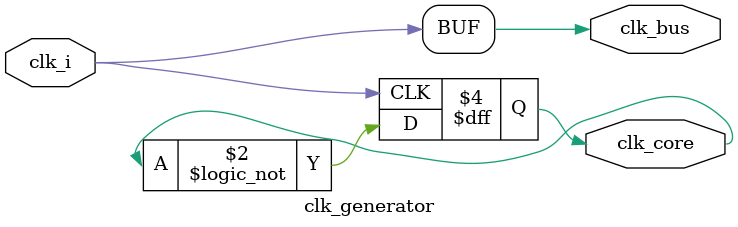
<source format=v>

module clk_generator(
    input       clk_i,      // input clock
    output  reg clk_core,   // core clock
    output      clk_bus     // bus clock
    );

    //--------------------------------------------------------------------------
    // assignments
    //--------------------------------------------------------------------------
    assign clk_bus = clk_i;

    //--------------------------------------------------------------------------
    // Initialization
    //--------------------------------------------------------------------------
    initial begin
        clk_core <= 1'b0;
    end

    //--------------------------------------------------------------------------
    // divide the clock
    //--------------------------------------------------------------------------
    always @(posedge clk_i ) begin
        clk_core <= !clk_core;
    end
endmodule

</source>
